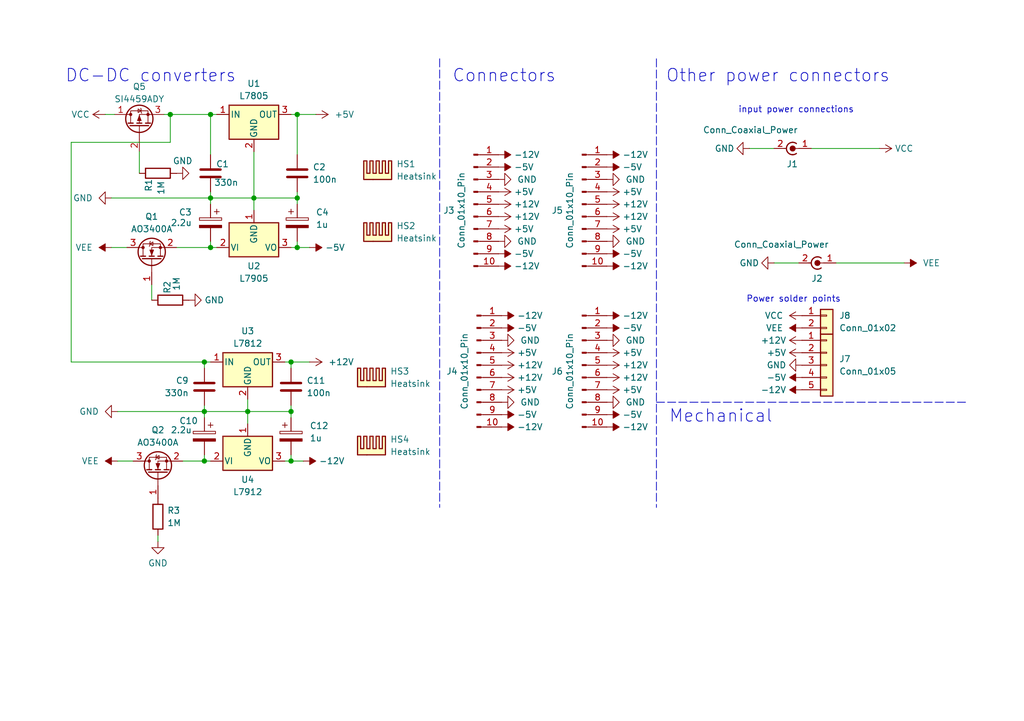
<source format=kicad_sch>
(kicad_sch (version 20231120) (generator "eeschema") (generator_version "8.0")
  (paper "A5")
  (title_block (title "Split rail linear DC power supply") (comment 1 "Designed for Hammond Manufacturing") (comment 2 "cases of series 1457"))
  (lib_symbols
    (symbol "Connector:Conn_01x10_Pin" (pin_names (offset 1.016) hide)
      (property "Reference" "J" (at 0 12.7 0))
      (property "Value" "Conn_01x10_Pin" (at 0 -15.24 0))
      (symbol "Conn_01x10_Pin_1_1"
        (polyline (pts (xy 1.27 -12.7) (xy 0.8636 -12.7)) (stroke (width 0.1524)))
        (polyline (pts (xy 1.27 -10.16) (xy 0.8636 -10.16)) (stroke (width 0.1524)))
        (polyline (pts (xy 1.27 -7.62) (xy 0.8636 -7.62)) (stroke (width 0.1524)))
        (polyline (pts (xy 1.27 -5.08) (xy 0.8636 -5.08)) (stroke (width 0.1524)))
        (polyline (pts (xy 1.27 -2.54) (xy 0.8636 -2.54)) (stroke (width 0.1524)))
        (polyline (pts (xy 1.27 0) (xy 0.8636 0)) (stroke (width 0.1524)))
        (polyline (pts (xy 1.27 2.54) (xy 0.8636 2.54)) (stroke (width 0.1524)))
        (polyline (pts (xy 1.27 5.08) (xy 0.8636 5.08)) (stroke (width 0.1524)))
        (polyline (pts (xy 1.27 7.62) (xy 0.8636 7.62)) (stroke (width 0.1524)))
        (polyline (pts (xy 1.27 10.16) (xy 0.8636 10.16)) (stroke (width 0.1524)))
        (rectangle (start 0.8636 -12.573) (end 0 -12.827) (stroke (width 0.1524)) (fill (type outline)))
        (rectangle (start 0.8636 -10.033) (end 0 -10.287) (stroke (width 0.1524)) (fill (type outline)))
        (rectangle (start 0.8636 -7.493) (end 0 -7.747) (stroke (width 0.1524)) (fill (type outline)))
        (rectangle (start 0.8636 -4.953) (end 0 -5.207) (stroke (width 0.1524)) (fill (type outline)))
        (rectangle (start 0.8636 -2.413) (end 0 -2.667) (stroke (width 0.1524)) (fill (type outline)))
        (rectangle (start 0.8636 0.127) (end 0 -0.127) (stroke (width 0.1524)) (fill (type outline)))
        (rectangle (start 0.8636 2.667) (end 0 2.413) (stroke (width 0.1524)) (fill (type outline)))
        (rectangle (start 0.8636 5.207) (end 0 4.953) (stroke (width 0.1524)) (fill (type outline)))
        (rectangle (start 0.8636 7.747) (end 0 7.493) (stroke (width 0.1524)) (fill (type outline)))
        (rectangle (start 0.8636 10.287) (end 0 10.033) (stroke (width 0.1524)) (fill (type outline)))
        (pin passive line (at 5.08 10.16 180) (length 3.81) (name "Pin_1") (number "1"))
        (pin passive line (at 5.08 -12.7 180) (length 3.81) (name "Pin_10") (number "10"))
        (pin passive line (at 5.08 7.62 180) (length 3.81) (name "Pin_2") (number "2"))
        (pin passive line (at 5.08 5.08 180) (length 3.81) (name "Pin_3") (number "3"))
        (pin passive line (at 5.08 2.54 180) (length 3.81) (name "Pin_4") (number "4"))
        (pin passive line (at 5.08 0 180) (length 3.81) (name "Pin_5") (number "5"))
        (pin passive line (at 5.08 -2.54 180) (length 3.81) (name "Pin_6") (number "6"))
        (pin passive line (at 5.08 -5.08 180) (length 3.81) (name "Pin_7") (number "7"))
        (pin passive line (at 5.08 -7.62 180) (length 3.81) (name "Pin_8") (number "8"))
        (pin passive line (at 5.08 -10.16 180) (length 3.81) (name "Pin_9") (number "9"))
      )
    )
    (symbol "Connector:Conn_Coaxial_Power" (pin_names (offset 1.016) hide)
      (property "Reference" "J" (at -5.08 -1.27 90))
      (property "Value" "Conn_Coaxial_Power" (at -3.175 -1.27 90))
      (symbol "Conn_Coaxial_Power_0_1"
        (arc (start -1.27 -1.27) (mid 0 -2.5345) (end 1.27 -1.27) (stroke (width 0.254)))
        (arc (start -1.016 -0.508) (mid -1.2048 -0.8684) (end -1.27 -1.27) (stroke (width 0.254)))
        (circle (center 0 -1.27) (radius 0.508) (stroke (width 0.2032)) (fill (type outline)))
        (polyline (pts (xy 0 -2.54) (xy 0 -3.048)))
        (polyline (pts (xy 0 0) (xy 0 -1.27)))
        (arc (start 1.27 -1.27) (mid 1.2048 -0.8684) (end 1.016 -0.508) (stroke (width 0.254)))
      )
      (symbol "Conn_Coaxial_Power_1_1"
        (pin passive line (at 0 2.54 270) (length 2.54) (name "In") (number "1"))
        (pin passive line (at 0 -5.08 90) (length 2.54) (name "Ext") (number "2"))
      )
    )
    (symbol "Connector_Generic:Conn_01x02" (pin_names (offset 1.016) hide)
      (property "Reference" "J" (at 0 2.54 0))
      (property "Value" "Conn_01x02" (at 0 -5.08 0))
      (symbol "Conn_01x02_1_1"
        (rectangle (start -1.27 -2.413) (end 0 -2.667) (stroke (width 0.1524)))
        (rectangle (start -1.27 0.127) (end 0 -0.127) (stroke (width 0.1524)))
        (rectangle (start -1.27 1.27) (end 1.27 -3.81) (stroke (width 0.254)) (fill (type background)))
        (pin passive line (at -5.08 0 0) (length 3.81) (name "Pin_1") (number "1"))
        (pin passive line (at -5.08 -2.54 0) (length 3.81) (name "Pin_2") (number "2"))
      )
    )
    (symbol "Connector_Generic:Conn_01x05" (pin_names (offset 1.016) hide)
      (property "Reference" "J" (at 0 7.62 0))
      (property "Value" "Conn_01x05" (at 0 -7.62 0))
      (symbol "Conn_01x05_1_1"
        (rectangle (start -1.27 -4.953) (end 0 -5.207) (stroke (width 0.1524)))
        (rectangle (start -1.27 -2.413) (end 0 -2.667) (stroke (width 0.1524)))
        (rectangle (start -1.27 0.127) (end 0 -0.127) (stroke (width 0.1524)))
        (rectangle (start -1.27 2.667) (end 0 2.413) (stroke (width 0.1524)))
        (rectangle (start -1.27 5.207) (end 0 4.953) (stroke (width 0.1524)))
        (rectangle (start -1.27 6.35) (end 1.27 -6.35) (stroke (width 0.254)) (fill (type background)))
        (pin passive line (at -5.08 5.08 0) (length 3.81) (name "Pin_1") (number "1"))
        (pin passive line (at -5.08 2.54 0) (length 3.81) (name "Pin_2") (number "2"))
        (pin passive line (at -5.08 0 0) (length 3.81) (name "Pin_3") (number "3"))
        (pin passive line (at -5.08 -2.54 0) (length 3.81) (name "Pin_4") (number "4"))
        (pin passive line (at -5.08 -5.08 0) (length 3.81) (name "Pin_5") (number "5"))
      )
    )
    (symbol "Device:C" (pin_numbers hide) (pin_names (offset 0.254))
      (property "Reference" "C" (at 0.635 2.54 0))
      (property "Value" "C" (at 0.635 -2.54 0))
      (symbol "C_0_1"
        (polyline (pts (xy -2.032 -0.762) (xy 2.032 -0.762)) (stroke (width 0.508)))
        (polyline (pts (xy -2.032 0.762) (xy 2.032 0.762)) (stroke (width 0.508)))
      )
      (symbol "C_1_1"
        (pin passive line (at 0 3.81 270) (length 2.794) (name "~") (number "1"))
        (pin passive line (at 0 -3.81 90) (length 2.794) (name "~") (number "2"))
      )
    )
    (symbol "Device:C_Polarized" (pin_numbers hide) (pin_names (offset 0.254))
      (property "Reference" "C" (at 0.635 2.54 0))
      (property "Value" "C_Polarized" (at 0.635 -2.54 0))
      (symbol "C_Polarized_0_1"
        (rectangle (start -2.286 0.508) (end 2.286 1.016))
        (polyline (pts (xy -1.778 2.286) (xy -0.762 2.286)))
        (polyline (pts (xy -1.27 2.794) (xy -1.27 1.778)))
        (rectangle (start 2.286 -0.508) (end -2.286 -1.016) (fill (type outline)))
      )
      (symbol "C_Polarized_1_1"
        (pin passive line (at 0 3.81 270) (length 2.794) (name "~") (number "1"))
        (pin passive line (at 0 -3.81 90) (length 2.794) (name "~") (number "2"))
      )
    )
    (symbol "Device:Q_PMOS_DGS" (pin_names (offset 0) hide)
      (property "Reference" "Q" (at 5.08 1.27 0))
      (property "Value" "Q_PMOS_DGS" (at 5.08 -1.27 0))
      (symbol "Q_PMOS_DGS_0_1"
        (polyline (pts (xy 0.254 0) (xy -2.54 0)))
        (polyline (pts (xy 0.254 1.905) (xy 0.254 -1.905)) (stroke (width 0.254)))
        (polyline (pts (xy 0.762 -1.27) (xy 0.762 -2.286)) (stroke (width 0.254)))
        (polyline (pts (xy 0.762 0.508) (xy 0.762 -0.508)) (stroke (width 0.254)))
        (polyline (pts (xy 0.762 2.286) (xy 0.762 1.27)) (stroke (width 0.254)))
        (polyline (pts (xy 2.54 2.54) (xy 2.54 1.778)))
        (polyline (pts (xy 2.54 -2.54) (xy 2.54 0) (xy 0.762 0)))
        (polyline (pts (xy 0.762 1.778) (xy 3.302 1.778) (xy 3.302 -1.778) (xy 0.762 -1.778)))
        (polyline (pts (xy 2.286 0) (xy 1.27 0.381) (xy 1.27 -0.381) (xy 2.286 0)) (fill (type outline)))
        (polyline (pts (xy 2.794 -0.508) (xy 2.921 -0.381) (xy 3.683 -0.381) (xy 3.81 -0.254)))
        (polyline (pts (xy 3.302 -0.381) (xy 2.921 0.254) (xy 3.683 0.254) (xy 3.302 -0.381)))
        (circle (center 1.651 0) (radius 2.794) (stroke (width 0.254)))
        (circle (center 2.54 -1.778) (radius 0.254) (fill (type outline)))
        (circle (center 2.54 1.778) (radius 0.254) (fill (type outline)))
      )
      (symbol "Q_PMOS_DGS_1_1"
        (pin passive line (at 2.54 5.08 270) (length 2.54) (name "D") (number "1"))
        (pin input line (at -5.08 0 0) (length 2.54) (name "G") (number "2"))
        (pin passive line (at 2.54 -5.08 90) (length 2.54) (name "S") (number "3"))
      )
    )
    (symbol "Device:R" (pin_numbers hide) (pin_names (offset 0))
      (property "Reference" "R" (at 2.032 0 90))
      (property "Value" "R" (at 0 0 90))
      (symbol "R_0_1"
        (rectangle (start -1.016 -2.54) (end 1.016 2.54) (stroke (width 0.254)))
      )
      (symbol "R_1_1"
        (pin passive line (at 0 3.81 270) (length 1.27) (name "~") (number "1"))
        (pin passive line (at 0 -3.81 90) (length 1.27) (name "~") (number "2"))
      )
    )
    (symbol "Mechanical:Heatsink" (pin_names (offset 1.016)) (exclude_from_sim yes)
      (property "Reference" "HS" (at 0 5.08 0))
      (property "Value" "Heatsink" (at 0 -1.27 0))
      (symbol "Heatsink_0_1"
        (polyline (pts (xy -0.3302 1.27) (xy -0.9652 1.27) (xy -0.9652 3.81) (xy -1.6002 3.81) (xy -1.6002 1.27) (xy -2.2352 1.27) (xy -2.2352 3.81) (xy -2.8702 3.81) (xy -2.8702 0) (xy -0.9652 0)) (stroke (width 0.254)) (fill (type background)))
        (polyline (pts (xy -0.3302 1.27) (xy -0.3302 3.81) (xy 0.3048 3.81) (xy 0.3048 1.27) (xy 0.9398 1.27) (xy 0.9398 3.81) (xy 1.5748 3.81) (xy 1.5748 1.27) (xy 2.2098 1.27) (xy 2.2098 3.81) (xy 2.8448 3.81) (xy 2.8448 0) (xy -0.9652 0)) (stroke (width 0.254)) (fill (type background)))
      )
    )
    (symbol "Regulator_Linear:L7805" (pin_names (offset 0.254))
      (property "Reference" "U" (at -3.81 3.175 0))
      (property "Value" "L7805" (at 0 3.175 0))
      (symbol "L7805_0_1"
        (rectangle (start -5.08 1.905) (end 5.08 -5.08) (stroke (width 0.254)) (fill (type background)))
      )
      (symbol "L7805_1_1"
        (pin power_in line (at -7.62 0 0) (length 2.54) (name "IN") (number "1"))
        (pin power_in line (at 0 -7.62 90) (length 2.54) (name "GND") (number "2"))
        (pin power_out line (at 7.62 0 180) (length 2.54) (name "OUT") (number "3"))
      )
    )
    (symbol "Regulator_Linear:L7812" (pin_names (offset 0.254))
      (property "Reference" "U" (at -3.81 3.175 0))
      (property "Value" "L7812" (at 0 3.175 0))
      (symbol "L7812_0_1"
        (rectangle (start -5.08 1.905) (end 5.08 -5.08) (stroke (width 0.254)) (fill (type background)))
      )
      (symbol "L7812_1_1"
        (pin power_in line (at -7.62 0 0) (length 2.54) (name "IN") (number "1"))
        (pin power_in line (at 0 -7.62 90) (length 2.54) (name "GND") (number "2"))
        (pin power_out line (at 7.62 0 180) (length 2.54) (name "OUT") (number "3"))
      )
    )
    (symbol "Regulator_Linear:L7905" (pin_names (offset 0.254))
      (property "Reference" "U" (at -3.81 -3.175 0))
      (property "Value" "L7905" (at 0 -3.175 0))
      (symbol "L7905_0_1"
        (rectangle (start -5.08 5.08) (end 5.08 -1.905) (stroke (width 0.254)) (fill (type background)))
      )
      (symbol "L7905_1_1"
        (pin power_in line (at 0 7.62 270) (length 2.54) (name "GND") (number "1"))
        (pin power_in line (at -7.62 0 0) (length 2.54) (name "VI") (number "2"))
        (pin power_out line (at 7.62 0 180) (length 2.54) (name "VO") (number "3"))
      )
    )
    (symbol "Regulator_Linear:L7912" (pin_names (offset 0.254))
      (property "Reference" "U" (at -3.81 -3.175 0))
      (property "Value" "L7912" (at 0 -3.175 0))
      (symbol "L7912_0_1"
        (rectangle (start -5.08 5.08) (end 5.08 -1.905) (stroke (width 0.254)) (fill (type background)))
      )
      (symbol "L7912_1_1"
        (pin power_in line (at 0 7.62 270) (length 2.54) (name "GND") (number "1"))
        (pin power_in line (at -7.62 0 0) (length 2.54) (name "VI") (number "2"))
        (pin power_out line (at 7.62 0 180) (length 2.54) (name "VO") (number "3"))
      )
    )
    (symbol "Transistor_FET:AO3400A" (pin_names hide)
      (property "Reference" "Q" (at 5.08 1.905 0))
      (property "Value" "AO3400A" (at 5.08 0 0))
      (symbol "AO3400A_0_1"
        (polyline (pts (xy 0.254 0) (xy -2.54 0)))
        (polyline (pts (xy 0.254 1.905) (xy 0.254 -1.905)) (stroke (width 0.254)))
        (polyline (pts (xy 0.762 -1.27) (xy 0.762 -2.286)) (stroke (width 0.254)))
        (polyline (pts (xy 0.762 0.508) (xy 0.762 -0.508)) (stroke (width 0.254)))
        (polyline (pts (xy 0.762 2.286) (xy 0.762 1.27)) (stroke (width 0.254)))
        (polyline (pts (xy 2.54 2.54) (xy 2.54 1.778)))
        (polyline (pts (xy 2.54 -2.54) (xy 2.54 0) (xy 0.762 0)))
        (polyline (pts (xy 0.762 -1.778) (xy 3.302 -1.778) (xy 3.302 1.778) (xy 0.762 1.778)))
        (polyline (pts (xy 1.016 0) (xy 2.032 0.381) (xy 2.032 -0.381) (xy 1.016 0)) (fill (type outline)))
        (polyline (pts (xy 2.794 0.508) (xy 2.921 0.381) (xy 3.683 0.381) (xy 3.81 0.254)))
        (polyline (pts (xy 3.302 0.381) (xy 2.921 -0.254) (xy 3.683 -0.254) (xy 3.302 0.381)))
        (circle (center 1.651 0) (radius 2.794) (stroke (width 0.254)))
        (circle (center 2.54 -1.778) (radius 0.254) (fill (type outline)))
        (circle (center 2.54 1.778) (radius 0.254) (fill (type outline)))
      )
      (symbol "AO3400A_1_1"
        (pin input line (at -5.08 0 0) (length 2.54) (name "G") (number "1"))
        (pin passive line (at 2.54 -5.08 90) (length 2.54) (name "S") (number "2"))
        (pin passive line (at 2.54 5.08 270) (length 2.54) (name "D") (number "3"))
      )
    )
    (symbol "power:+12V" (power) (pin_numbers hide) (pin_names (offset 0) hide)
      (property "Value" "+12V" (at 0 3.556 0))
      (symbol "+12V_0_1"
        (polyline (pts (xy -0.762 1.27) (xy 0 2.54)))
        (polyline (pts (xy 0 0) (xy 0 2.54)))
        (polyline (pts (xy 0 2.54) (xy 0.762 1.27)))
      )
      (symbol "+12V_1_1"
        (pin power_in line (at 0 0 90) (length 0) (name "~") (number "1"))
      )
    )
    (symbol "power:+5V" (power) (pin_numbers hide) (pin_names (offset 0) hide)
      (property "Value" "+5V" (at 0 3.556 0))
      (symbol "+5V_0_1"
        (polyline (pts (xy -0.762 1.27) (xy 0 2.54)))
        (polyline (pts (xy 0 0) (xy 0 2.54)))
        (polyline (pts (xy 0 2.54) (xy 0.762 1.27)))
      )
      (symbol "+5V_1_1"
        (pin power_in line (at 0 0 90) (length 0) (name "~") (number "1"))
      )
    )
    (symbol "power:-12V" (power) (pin_numbers hide) (pin_names (offset 0) hide)
      (property "Value" "-12V" (at 0 3.556 0))
      (symbol "-12V_0_0"
        (pin power_in line (at 0 0 90) (length 0) (name "~") (number "1"))
      )
      (symbol "-12V_0_1"
        (polyline (pts (xy 0 0) (xy 0 1.27) (xy 0.762 1.27) (xy 0 2.54) (xy -0.762 1.27) (xy 0 1.27)) (fill (type outline)))
      )
    )
    (symbol "power:-5V" (power) (pin_numbers hide) (pin_names (offset 0) hide)
      (property "Value" "-5V" (at 0 3.556 0))
      (symbol "-5V_0_0"
        (pin power_in line (at 0 0 90) (length 0) (name "~") (number "1"))
      )
      (symbol "-5V_0_1"
        (polyline (pts (xy 0 0) (xy 0 1.27) (xy 0.762 1.27) (xy 0 2.54) (xy -0.762 1.27) (xy 0 1.27)) (fill (type outline)))
      )
    )
    (symbol "power:GND" (power) (pin_numbers hide) (pin_names (offset 0) hide)
      (property "Value" "GND" (at 0 -3.81 0))
      (symbol "GND_0_1"
        (polyline (pts (xy 0 0) (xy 0 -1.27) (xy 1.27 -1.27) (xy 0 -2.54) (xy -1.27 -1.27) (xy 0 -1.27)))
      )
      (symbol "GND_1_1"
        (pin power_in line (at 0 0 270) (length 0) (name "~") (number "1"))
      )
    )
    (symbol "power:VCC" (power) (pin_numbers hide) (pin_names (offset 0) hide)
      (property "Value" "VCC" (at 0 3.556 0))
      (symbol "VCC_0_1"
        (polyline (pts (xy -0.762 1.27) (xy 0 2.54)))
        (polyline (pts (xy 0 0) (xy 0 2.54)))
        (polyline (pts (xy 0 2.54) (xy 0.762 1.27)))
      )
      (symbol "VCC_1_1"
        (pin power_in line (at 0 0 90) (length 0) (name "~") (number "1"))
      )
    )
    (symbol "power:VEE" (power) (pin_numbers hide) (pin_names (offset 0) hide)
      (property "Value" "VEE" (at 0 3.556 0))
      (symbol "VEE_0_1"
        (polyline (pts (xy 0 0) (xy 0 2.54)))
        (polyline (pts (xy 0.762 1.27) (xy -0.762 1.27) (xy 0 2.54) (xy 0.762 1.27)) (fill (type outline)))
      )
      (symbol "VEE_1_1"
        (pin power_in line (at 0 0 90) (length 0) (name "~") (number "1"))
      )
    )
  )
  (junction (at 52.07 40.64))
  (junction (at 59.69 74.295))
  (junction (at 41.91 74.295))
  (junction (at 50.8 84.455))
  (junction (at 59.69 84.455))
  (junction (at 41.91 84.455))
  (junction (at 59.69 94.615))
  (junction (at 43.18 40.64))
  (junction (at 60.96 23.495))
  (junction (at 43.18 50.8))
  (junction (at 41.91 94.615))
  (junction (at 60.96 50.8))
  (junction (at 34.925 23.495))
  (junction (at 43.18 23.495))
  (junction (at 60.96 40.64))
  (wire (pts (xy 43.18 49.53) (xy 43.18 50.8)))
  (wire (pts (xy 43.18 40.64) (xy 43.18 41.91)))
  (wire (pts (xy 37.465 94.615) (xy 41.91 94.615)))
  (wire (pts (xy 52.07 40.64) (xy 52.07 43.18)))
  (wire (pts (xy 59.69 84.455) (xy 50.8 84.455)))
  (wire (pts (xy 50.8 84.455) (xy 41.91 84.455)))
  (wire (pts (xy 43.18 23.495) (xy 44.45 23.495)))
  (wire (pts (xy 22.86 50.8) (xy 26.035 50.8)))
  (wire (pts (xy 60.96 23.495) (xy 64.77 23.495)))
  (wire (pts (xy 34.925 23.495) (xy 43.18 23.495)))
  (wire (pts (xy 59.69 74.295) (xy 59.69 75.565)))
  (wire (pts (xy 41.91 83.185) (xy 41.91 84.455)))
  (wire (pts (xy 32.385 109.855) (xy 32.385 111.125)))
  (wire (pts (xy 59.69 93.345) (xy 59.69 94.615)))
  (wire (pts (xy 59.69 83.185) (xy 59.69 84.455)))
  (wire (pts (xy 153.67 30.48) (xy 158.75 30.48)))
  (wire (pts (xy 34.925 29.21) (xy 14.605 29.21)))
  (wire (pts (xy 41.91 84.455) (xy 41.91 85.725)))
  (wire (pts (xy 43.18 39.37) (xy 43.18 40.64)))
  (wire (pts (xy 41.91 74.295) (xy 43.18 74.295)))
  (wire (pts (xy 41.91 93.345) (xy 41.91 94.615)))
  (wire (pts (xy 60.96 39.37) (xy 60.96 40.64)))
  (wire (pts (xy 31.115 58.42) (xy 31.115 61.595)))
  (polyline (pts (xy 134.62 12.065) (xy 134.62 104.14)) (stroke (width 0) (type dash)))
  (wire (pts (xy 171.45 53.975) (xy 185.42 53.975)))
  (wire (pts (xy 60.96 40.64) (xy 60.96 41.91)))
  (wire (pts (xy 58.42 94.615) (xy 59.69 94.615)))
  (wire (pts (xy 59.69 94.615) (xy 62.23 94.615)))
  (wire (pts (xy 60.96 49.53) (xy 60.96 50.8)))
  (wire (pts (xy 50.8 81.915) (xy 50.8 84.455)))
  (wire (pts (xy 43.18 50.8) (xy 44.45 50.8)))
  (wire (pts (xy 50.8 84.455) (xy 50.8 86.995)))
  (wire (pts (xy 58.42 74.295) (xy 59.69 74.295)))
  (polyline (pts (xy 90.17 12.065) (xy 90.17 104.14)) (stroke (width 0) (type dash)))
  (wire (pts (xy 52.07 40.64) (xy 43.18 40.64)))
  (wire (pts (xy 60.96 50.8) (xy 63.5 50.8)))
  (wire (pts (xy 14.605 29.21) (xy 14.605 74.295)))
  (wire (pts (xy 166.37 30.48) (xy 180.34 30.48)))
  (wire (pts (xy 21.59 23.495) (xy 23.495 23.495)))
  (wire (pts (xy 59.69 23.495) (xy 60.96 23.495)))
  (wire (pts (xy 34.925 23.495) (xy 34.925 29.21)))
  (wire (pts (xy 52.07 31.115) (xy 52.07 40.64)))
  (wire (pts (xy 22.86 40.64) (xy 43.18 40.64)))
  (wire (pts (xy 60.96 23.495) (xy 60.96 31.75)))
  (wire (pts (xy 41.91 74.295) (xy 41.91 75.565)))
  (wire (pts (xy 41.91 94.615) (xy 43.18 94.615)))
  (wire (pts (xy 24.13 84.455) (xy 41.91 84.455)))
  (wire (pts (xy 59.69 50.8) (xy 60.96 50.8)))
  (wire (pts (xy 60.96 40.64) (xy 52.07 40.64)))
  (wire (pts (xy 14.605 74.295) (xy 41.91 74.295)))
  (wire (pts (xy 43.18 23.495) (xy 43.18 31.75)))
  (wire (pts (xy 28.575 35.56) (xy 28.575 31.115)))
  (wire (pts (xy 24.13 94.615) (xy 27.305 94.615)))
  (wire (pts (xy 158.75 53.975) (xy 163.83 53.975)))
  (wire (pts (xy 59.69 74.295) (xy 63.5 74.295)))
  (wire (pts (xy 33.655 23.495) (xy 34.925 23.495)))
  (wire (pts (xy 36.195 50.8) (xy 43.18 50.8)))
  (wire (pts (xy 59.69 84.455) (xy 59.69 85.725)))
  (polyline (pts (xy 134.62 82.55) (xy 198.12 82.55)) (stroke (width 0) (type dash)))
  (text "Other power connectors" (at 136.525 17.145 0) (effects (font (size 2.54 2.54)) (justify left bottom)))
  (text "Power solder points" (at 153.035 62.23 0) (effects (font (size 1.27 1.27)) (justify left bottom)))
  (text "input power connections" (at 151.384 23.368 0) (effects (font (size 1.27 1.27)) (justify left bottom)))
  (text "Mechanical" (at 137.16 86.995 0) (effects (font (size 2.54 2.54)) (justify left bottom)))
  (text "DC-DC converters" (at 13.335 17.145 0) (effects (font (size 2.54 2.54)) (justify left bottom)))
  (text "Connectors" (at 92.71 17.145 0) (effects (font (size 2.54 2.54)) (justify left bottom)))
  (symbol (lib_id "power:+12V") (at 102.235 44.45 270) (unit 1)
    (property "Reference" "#PWR08" (effects (hide yes)))
    (property "Value" "+12V" (at 105.41 44.45 90) (effects (justify left)))
    (property "Description" "Power symbol creates a global label with name \"+12V\"" (effects (hide yes)))
  )
  (symbol (lib_id "power:+5V") (at 124.46 46.99 270) (unit 1)
    (property "Reference" "#PWR029" (effects (hide yes)))
    (property "Value" "+5V" (at 127.635 46.99 90) (effects (justify left)))
    (property "Description" "Power symbol creates a global label with name \"+5V\"" (effects (hide yes)))
  )
  (symbol (lib_id "power:+12V") (at 102.87 77.47 270) (unit 1)
    (property "Reference" "#PWR018" (effects (hide yes)))
    (property "Value" "+12V" (at 106.045 77.47 90) (effects (justify left)))
    (property "Description" "Power symbol creates a global label with name \"+12V\"" (effects (hide yes)))
  )
  (symbol (lib_id "Device:C_Polarized") (at 43.18 45.72 0) (mirror y) (unit 1)
    (property "Reference" "C3" (at 39.37 43.5609 0) (effects (justify left)))
    (property "Value" "2.2u" (at 39.37 45.72 0) (effects (justify left)))
    (property "Footprint" "Capacitor_THT:CP_Radial_D6.3mm_P2.50mm" (effects (hide yes)))
    (property "Description" "Polarized capacitor" (effects (hide yes)))
  )
  (symbol (lib_id "Connector:Conn_01x10_Pin") (at 97.155 41.91 0) (unit 1)
    (property "Reference" "J3" (at 92.075 43.18 0))
    (property "Value" "Conn_01x10_Pin" (at 94.615 43.18 90))
    (property "Footprint" "Connector_JST:JST_ZH_B10B-ZR_1x10_P1.50mm_Vertical" (effects (hide yes)))
    (property "Description" "Generic connector, single row, 01x10, script generated" (effects (hide yes)))
    (property "Digikey PN" "455-S10B-ZR-ND" (effects (hide yes)))
  )
  (symbol (lib_id "power:+12V") (at 63.5 74.295 270) (unit 1)
    (property "Reference" "#PWR054" (effects (hide yes)))
    (property "Value" "+12V" (at 67.31 74.295 90) (effects (justify left)))
    (property "Description" "Power symbol creates a global label with name \"+12V\"" (effects (hide yes)))
  )
  (symbol (lib_id "Device:R") (at 34.925 61.595 90) (unit 1)
    (property "Reference" "R2" (at 34.29 60.325 0) (effects (justify left)))
    (property "Value" "1M" (at 36.195 59.69 0) (effects (justify left)))
    (property "Footprint" "Resistor_SMD:R_0603_1608Metric" (effects (hide yes)))
    (property "Description" "Resistor" (effects (hide yes)))
  )
  (symbol (lib_id "power:-12V") (at 124.46 54.61 270) (unit 1)
    (property "Reference" "#PWR048" (effects (hide yes)))
    (property "Value" "-12V" (at 127.635 54.61 90) (effects (justify left)))
    (property "Description" "Power symbol creates a global label with name \"-12V\"" (effects (hide yes)))
  )
  (symbol (lib_id "power:GND") (at 32.385 111.125 0) (unit 1)
    (property "Reference" "#PWR064" (effects (hide yes)))
    (property "Value" "GND" (at 32.385 115.57 0))
    (property "Description" "Power symbol creates a global label with name \"GND\" , ground" (effects (hide yes)))
  )
  (symbol (lib_id "power:+5V") (at 124.46 80.01 270) (unit 1)
    (property "Reference" "#PWR057" (effects (hide yes)))
    (property "Value" "+5V" (at 127.635 80.01 90) (effects (justify left)))
    (property "Description" "Power symbol creates a global label with name \"+5V\"" (effects (hide yes)))
  )
  (symbol (lib_id "power:GND") (at 38.735 61.595 90) (unit 1)
    (property "Reference" "#PWR062" (effects (hide yes)))
    (property "Value" "GND" (at 41.91 61.5949 90) (effects (justify right)))
    (property "Description" "Power symbol creates a global label with name \"GND\" , ground" (effects (hide yes)))
  )
  (symbol (lib_id "power:GND") (at 22.86 40.64 270) (unit 1)
    (property "Reference" "#PWR036" (effects (hide yes)))
    (property "Value" "GND" (at 19.05 40.6399 90) (effects (justify right)))
    (property "Description" "Power symbol creates a global label with name \"GND\" , ground" (effects (hide yes)))
  )
  (symbol (lib_id "power:-12V") (at 102.87 64.77 270) (unit 1)
    (property "Reference" "#PWR013" (effects (hide yes)))
    (property "Value" "-12V" (at 106.045 64.77 90) (effects (justify left)))
    (property "Description" "Power symbol creates a global label with name \"-12V\"" (effects (hide yes)))
  )
  (symbol (lib_id "power:+12V") (at 124.46 41.91 270) (unit 1)
    (property "Reference" "#PWR027" (effects (hide yes)))
    (property "Value" "+12V" (at 127.635 41.91 90) (effects (justify left)))
    (property "Description" "Power symbol creates a global label with name \"+12V\"" (effects (hide yes)))
  )
  (symbol (lib_id "Regulator_Linear:L7912") (at 50.8 94.615 0) (unit 1)
    (property "Reference" "U4" (at 50.8 98.425 0))
    (property "Value" "L7912" (at 50.8 100.965 0))
    (property "Footprint" "Package_TO_SOT_THT:TO-220-3_Vertical" (effects (hide yes)))
    (property "Datasheet" "http://www.st.com/content/ccc/resource/technical/document/datasheet/c9/16/86/41/c7/2b/45/f2/CD00000450.pdf/files/CD00000450.pdf/jcr:content/translations/en.CD00000450.pdf" (effects (hide yes)))
    (property "Description" "Negative 1.5A 35V Linear Regulator, Fixed Output -12V, TO-220/TO-263" (effects (hide yes)))
    (property "Digikey PN" "497-1476-5-ND" (effects (hide yes)))
  )
  (symbol (lib_id "Connector:Conn_Coaxial_Power") (at 168.91 53.975 270) (unit 1)
    (property "Reference" "J2" (at 166.37 57.15 90) (effects (justify left)))
    (property "Value" "Conn_Coaxial_Power" (at 150.495 50.165 90) (effects (justify left)))
    (property "Footprint" "matterwaves:BNC_Molex_0731385033" (effects (hide yes)))
    (property "Description" "coaxial connector (BNC, SMA, SMB, SMC, Cinch/RCA, LEMO, ...)" (effects (hide yes)))
    (property "Digikey PN" "ACX1971-ND" (effects (hide yes)))
  )
  (symbol (lib_id "Device:C") (at 59.69 79.375 0) (mirror y) (unit 1)
    (property "Reference" "C11" (at 62.865 78.105 0) (effects (justify right)))
    (property "Value" "100n" (at 62.865 80.645 0) (effects (justify right)))
    (property "Footprint" "Capacitor_SMD:C_0805_2012Metric_Pad1.18x1.45mm_HandSolder" (effects (hide yes)))
    (property "Description" "Unpolarized capacitor" (effects (hide yes)))
    (property "JLCPCB PN" "C49678" (effects (hide yes)))
  )
  (symbol (lib_id "power:VEE") (at 24.13 94.615 90) (unit 1)
    (property "Reference" "#PWR047" (effects (hide yes)))
    (property "Value" "VEE" (at 20.32 94.6149 90) (effects (justify left)))
    (property "Description" "Power symbol creates a global label with name \"VEE\"" (effects (hide yes)))
  )
  (symbol (lib_id "power:+12V") (at 164.465 69.85 90) (unit 1)
    (property "Reference" "#PWR038" (effects (hide yes)))
    (property "Value" "+12V" (at 161.29 69.85 90) (effects (justify left)))
    (property "Description" "Power symbol creates a global label with name \"+12V\"" (effects (hide yes)))
  )
  (symbol (lib_id "power:GND") (at 164.465 74.93 270) (unit 1)
    (property "Reference" "#PWR040" (effects (hide yes)))
    (property "Value" "GND" (at 161.29 74.93 90) (effects (justify right)))
    (property "Description" "Power symbol creates a global label with name \"GND\" , ground" (effects (hide yes)))
  )
  (symbol (lib_id "power:-5V") (at 102.87 67.31 270) (unit 1)
    (property "Reference" "#PWR014" (effects (hide yes)))
    (property "Value" "-5V" (at 106.045 67.31 90) (effects (justify left)))
    (property "Description" "Power symbol creates a global label with name \"-5V\"" (effects (hide yes)))
  )
  (symbol (lib_id "power:GND") (at 102.235 36.83 90) (unit 1)
    (property "Reference" "#PWR05" (effects (hide yes)))
    (property "Value" "GND" (at 106.045 36.83 90) (effects (justify right)))
    (property "Description" "Power symbol creates a global label with name \"GND\" , ground" (effects (hide yes)))
  )
  (symbol (lib_id "power:-5V") (at 102.235 34.29 270) (unit 1)
    (property "Reference" "#PWR04" (effects (hide yes)))
    (property "Value" "-5V" (at 105.41 34.29 90) (effects (justify left)))
    (property "Description" "Power symbol creates a global label with name \"-5V\"" (effects (hide yes)))
  )
  (symbol (lib_id "Regulator_Linear:L7805") (at 52.07 23.495 0) (unit 1)
    (property "Reference" "U1" (at 52.07 17.145 0))
    (property "Value" "L7805" (at 52.07 19.685 0))
    (property "Footprint" "Package_TO_SOT_THT:TO-220-3_Vertical" (effects (hide yes)))
    (property "Datasheet" "http://www.st.com/content/ccc/resource/technical/document/datasheet/41/4f/b3/b0/12/d4/47/88/CD00000444.pdf/files/CD00000444.pdf/jcr:content/translations/en.CD00000444.pdf" (effects (hide yes)))
    (property "Description" "Positive 1.5A 35V Linear Regulator, Fixed Output 5V, TO-220/TO-263/TO-252" (effects (hide yes)))
    (property "Digikey PN" "497-1443-5-ND" (effects (hide yes)))
  )
  (symbol (lib_id "power:+12V") (at 102.235 41.91 270) (unit 1)
    (property "Reference" "#PWR07" (effects (hide yes)))
    (property "Value" "+12V" (at 105.41 41.91 90) (effects (justify left)))
    (property "Description" "Power symbol creates a global label with name \"+12V\"" (effects (hide yes)))
  )
  (symbol (lib_id "power:VCC") (at 164.465 64.77 90) (unit 1)
    (property "Reference" "#PWR037" (effects (hide yes)))
    (property "Value" "VCC" (at 160.655 64.77 90) (effects (justify left)))
    (property "Description" "Power symbol creates a global label with name \"VCC\"" (effects (hide yes)))
  )
  (symbol (lib_id "Device:R") (at 32.385 106.045 0) (unit 1)
    (property "Reference" "R3" (at 34.29 104.7749 0) (effects (justify left)))
    (property "Value" "1M" (at 34.29 107.3149 0) (effects (justify left)))
    (property "Footprint" "Resistor_SMD:R_0603_1608Metric" (effects (hide yes)))
    (property "Description" "Resistor" (effects (hide yes)))
  )
  (symbol (lib_id "power:VEE") (at 22.86 50.8 90) (unit 1)
    (property "Reference" "#PWR031" (effects (hide yes)))
    (property "Value" "VEE" (at 19.05 50.7999 90) (effects (justify left)))
    (property "Description" "Power symbol creates a global label with name \"VEE\"" (effects (hide yes)))
  )
  (symbol (lib_id "power:GND") (at 124.46 82.55 90) (unit 1)
    (property "Reference" "#PWR058" (effects (hide yes)))
    (property "Value" "GND" (at 128.27 82.55 90) (effects (justify right)))
    (property "Description" "Power symbol creates a global label with name \"GND\" , ground" (effects (hide yes)))
  )
  (symbol (lib_id "power:VEE") (at 185.42 53.975 270) (unit 1)
    (property "Reference" "#PWR034" (effects (hide yes)))
    (property "Value" "VEE" (at 189.23 53.9749 90) (effects (justify left)))
    (property "Description" "Power symbol creates a global label with name \"VEE\"" (effects (hide yes)))
  )
  (symbol (lib_id "power:+12V") (at 124.46 44.45 270) (unit 1)
    (property "Reference" "#PWR028" (effects (hide yes)))
    (property "Value" "+12V" (at 127.635 44.45 90) (effects (justify left)))
    (property "Description" "Power symbol creates a global label with name \"+12V\"" (effects (hide yes)))
  )
  (symbol (lib_id "power:-5V") (at 102.235 52.07 270) (unit 1)
    (property "Reference" "#PWR011" (effects (hide yes)))
    (property "Value" "-5V" (at 105.41 52.07 90) (effects (justify left)))
    (property "Description" "Power symbol creates a global label with name \"-5V\"" (effects (hide yes)))
  )
  (symbol (lib_id "power:+5V") (at 102.235 46.99 270) (unit 1)
    (property "Reference" "#PWR09" (effects (hide yes)))
    (property "Value" "+5V" (at 105.41 46.99 90) (effects (justify left)))
    (property "Description" "Power symbol creates a global label with name \"+5V\"" (effects (hide yes)))
  )
  (symbol (lib_id "Mechanical:Heatsink") (at 76.2 93.345 0) (unit 1) (exclude_from_sim yes) (on_board no)
    (property "Reference" "HS4" (at 80.01 90.1699 0) (effects (justify left)))
    (property "Value" "Heatsink" (at 80.01 92.7099 0) (effects (justify left)))
    (property "Description" "Heatsink" (effects (hide yes)))
    (property "Digikey PN" "345-1023-ND" (effects (hide yes)))
  )
  (symbol (lib_id "power:-12V") (at 124.46 64.77 270) (unit 1)
    (property "Reference" "#PWR049" (effects (hide yes)))
    (property "Value" "-12V" (at 127.635 64.77 90) (effects (justify left)))
    (property "Description" "Power symbol creates a global label with name \"-12V\"" (effects (hide yes)))
  )
  (symbol (lib_id "Device:C_Polarized") (at 41.91 89.535 0) (mirror y) (unit 1)
    (property "Reference" "C10" (at 40.64 86.36 0) (effects (justify left)))
    (property "Value" "2.2u" (at 39.37 88.265 0) (effects (justify left)))
    (property "Footprint" "Capacitor_THT:CP_Radial_D6.3mm_P2.50mm" (effects (hide yes)))
    (property "Description" "Polarized capacitor" (effects (hide yes)))
  )
  (symbol (lib_id "Mechanical:Heatsink") (at 77.47 36.83 0) (unit 1) (exclude_from_sim yes) (on_board no)
    (property "Reference" "HS1" (at 81.28 33.6549 0) (effects (justify left)))
    (property "Value" "Heatsink" (at 81.28 36.1949 0) (effects (justify left)))
    (property "Description" "Heatsink" (effects (hide yes)))
    (property "Digikey PN" "345-1023-ND" (effects (hide yes)))
  )
  (symbol (lib_id "Device:R") (at 32.385 35.56 90) (unit 1)
    (property "Reference" "R1" (at 30.48 39.37 0) (effects (justify left)))
    (property "Value" "1M" (at 33.02 40.005 0) (effects (justify left)))
    (property "Footprint" "Resistor_SMD:R_0603_1608Metric" (effects (hide yes)))
    (property "Description" "Resistor" (effects (hide yes)))
  )
  (symbol (lib_id "power:-12V") (at 102.235 31.75 270) (unit 1)
    (property "Reference" "#PWR03" (effects (hide yes)))
    (property "Value" "-12V" (at 105.41 31.75 90) (effects (justify left)))
    (property "Description" "Power symbol creates a global label with name \"-12V\"" (effects (hide yes)))
  )
  (symbol (lib_id "power:+12V") (at 124.46 74.93 270) (unit 1)
    (property "Reference" "#PWR055" (effects (hide yes)))
    (property "Value" "+12V" (at 127.635 74.93 90) (effects (justify left)))
    (property "Description" "Power symbol creates a global label with name \"+12V\"" (effects (hide yes)))
  )
  (symbol (lib_id "power:GND") (at 158.75 53.975 270) (unit 1)
    (property "Reference" "#PWR033" (effects (hide yes)))
    (property "Value" "GND" (at 153.67 53.975 90))
    (property "Description" "Power symbol creates a global label with name \"GND\" , ground" (effects (hide yes)))
  )
  (symbol (lib_id "power:-5V") (at 102.87 85.09 270) (unit 1)
    (property "Reference" "#PWR021" (effects (hide yes)))
    (property "Value" "-5V" (at 106.045 85.09 90) (effects (justify left)))
    (property "Description" "Power symbol creates a global label with name \"-5V\"" (effects (hide yes)))
  )
  (symbol (lib_id "power:+5V") (at 164.465 72.39 90) (unit 1)
    (property "Reference" "#PWR039" (effects (hide yes)))
    (property "Value" "+5V" (at 161.29 72.39 90) (effects (justify left)))
    (property "Description" "Power symbol creates a global label with name \"+5V\"" (effects (hide yes)))
  )
  (symbol (lib_id "power:VEE") (at 164.465 67.31 90) (unit 1)
    (property "Reference" "#PWR035" (effects (hide yes)))
    (property "Value" "VEE" (at 160.655 67.3099 90) (effects (justify left)))
    (property "Description" "Power symbol creates a global label with name \"VEE\"" (effects (hide yes)))
  )
  (symbol (lib_id "power:-5V") (at 124.46 34.29 270) (unit 1)
    (property "Reference" "#PWR024" (effects (hide yes)))
    (property "Value" "-5V" (at 127.635 34.29 90) (effects (justify left)))
    (property "Description" "Power symbol creates a global label with name \"-5V\"" (effects (hide yes)))
  )
  (symbol (lib_id "power:-12V") (at 124.46 87.63 270) (unit 1)
    (property "Reference" "#PWR061" (effects (hide yes)))
    (property "Value" "-12V" (at 127.635 87.63 90) (effects (justify left)))
    (property "Description" "Power symbol creates a global label with name \"-12V\"" (effects (hide yes)))
  )
  (symbol (lib_id "Mechanical:Heatsink") (at 76.2 79.375 0) (unit 1) (exclude_from_sim yes) (on_board no)
    (property "Reference" "HS3" (at 80.01 76.1999 0) (effects (justify left)))
    (property "Value" "Heatsink" (at 80.01 78.7399 0) (effects (justify left)))
    (property "Description" "Heatsink" (effects (hide yes)))
    (property "Digikey PN" "345-1023-ND" (effects (hide yes)))
  )
  (symbol (lib_id "power:VCC") (at 180.34 30.48 270) (unit 1)
    (property "Reference" "#PWR02" (effects (hide yes)))
    (property "Value" "VCC" (at 185.42 30.48 90))
    (property "Description" "Power symbol creates a global label with name \"VCC\"" (effects (hide yes)))
  )
  (symbol (lib_id "Connector:Conn_01x10_Pin") (at 97.79 74.93 0) (unit 1)
    (property "Reference" "J4" (at 92.71 76.2 0))
    (property "Value" "Conn_01x10_Pin" (at 95.25 76.2 90))
    (property "Footprint" "Connector_JST:JST_ZH_B10B-ZR_1x10_P1.50mm_Vertical" (effects (hide yes)))
    (property "Description" "Generic connector, single row, 01x10, script generated" (effects (hide yes)))
    (property "Digikey PN" "455-S10B-ZR-ND" (effects (hide yes)))
  )
  (symbol (lib_id "power:-12V") (at 164.465 80.01 90) (unit 1)
    (property "Reference" "#PWR042" (effects (hide yes)))
    (property "Value" "-12V" (at 161.29 80.01 90) (effects (justify left)))
    (property "Description" "Power symbol creates a global label with name \"-12V\"" (effects (hide yes)))
  )
  (symbol (lib_id "power:GND") (at 102.235 49.53 90) (unit 1)
    (property "Reference" "#PWR010" (effects (hide yes)))
    (property "Value" "GND" (at 106.045 49.53 90) (effects (justify right)))
    (property "Description" "Power symbol creates a global label with name \"GND\" , ground" (effects (hide yes)))
  )
  (symbol (lib_id "power:-5V") (at 63.5 50.8 270) (unit 1)
    (property "Reference" "#PWR050" (effects (hide yes)))
    (property "Value" "-5V" (at 66.675 50.8 90) (effects (justify left)))
    (property "Description" "Power symbol creates a global label with name \"-5V\"" (effects (hide yes)))
  )
  (symbol (lib_id "power:+12V") (at 102.87 74.93 270) (unit 1)
    (property "Reference" "#PWR017" (effects (hide yes)))
    (property "Value" "+12V" (at 106.045 74.93 90) (effects (justify left)))
    (property "Description" "Power symbol creates a global label with name \"+12V\"" (effects (hide yes)))
  )
  (symbol (lib_id "Connector:Conn_01x10_Pin") (at 119.38 74.93 0) (unit 1)
    (property "Reference" "J6" (at 114.3 76.2 0))
    (property "Value" "Conn_01x10_Pin" (at 116.84 76.2 90))
    (property "Footprint" "Connector_JST:JST_ZH_B10B-ZR_1x10_P1.50mm_Vertical" (effects (hide yes)))
    (property "Description" "Generic connector, single row, 01x10, script generated" (effects (hide yes)))
    (property "Digikey PN" "455-S10B-ZR-ND" (effects (hide yes)))
  )
  (symbol (lib_id "Device:Q_PMOS_DGS") (at 28.575 26.035 90) (unit 1)
    (property "Reference" "Q5" (at 28.575 17.78 90))
    (property "Value" "SI4459ADY" (at 28.575 20.32 90))
    (property "Footprint" "Package_SO:SOIC-8_3.9x4.9mm_P1.27mm" (effects (hide yes)))
    (property "Description" "P-MOSFET transistor, drain/gate/source" (effects (hide yes)))
  )
  (symbol (lib_id "Connector_Generic:Conn_01x05") (at 169.545 74.93 0) (unit 1) (in_bom no)
    (property "Reference" "J7" (at 172.085 73.6599 0) (effects (justify left)))
    (property "Value" "Conn_01x05" (at 172.085 76.1999 0) (effects (justify left)))
    (property "Footprint" "Connector_Wire:SolderWire-1sqmm_1x05_P7.8mm_D1.4mm_OD3.9mm" (effects (hide yes)))
    (property "Description" "Generic connector, single row, 01x05, script generated (kicad-library-utils/schlib/autogen/connector/)" (effects (hide yes)))
  )
  (symbol (lib_id "Connector:Conn_Coaxial_Power") (at 163.83 30.48 270) (unit 1)
    (property "Reference" "J1" (at 161.29 33.655 90) (effects (justify left)))
    (property "Value" "Conn_Coaxial_Power" (at 144.145 26.67 90) (effects (justify left)))
    (property "Footprint" "matterwaves:BNC_Molex_0731385033" (effects (hide yes)))
    (property "Description" "coaxial connector (BNC, SMA, SMB, SMC, Cinch/RCA, LEMO, ...)" (effects (hide yes)))
    (property "Digikey PN" "ACX1971-ND" (effects (hide yes)))
  )
  (symbol (lib_id "Device:C_Polarized") (at 60.96 45.72 0) (unit 1)
    (property "Reference" "C4" (at 64.77 43.5609 0) (effects (justify left)))
    (property "Value" "1u" (at 64.77 46.1009 0) (effects (justify left)))
    (property "Footprint" "Capacitor_THT:CP_Radial_D6.3mm_P2.50mm" (effects (hide yes)))
    (property "Description" "Polarized capacitor" (effects (hide yes)))
  )
  (symbol (lib_id "power:+5V") (at 124.46 72.39 270) (unit 1)
    (property "Reference" "#PWR053" (effects (hide yes)))
    (property "Value" "+5V" (at 127.635 72.39 90) (effects (justify left)))
    (property "Description" "Power symbol creates a global label with name \"+5V\"" (effects (hide yes)))
  )
  (symbol (lib_id "power:-5V") (at 124.46 85.09 270) (unit 1)
    (property "Reference" "#PWR059" (effects (hide yes)))
    (property "Value" "-5V" (at 127.635 85.09 90) (effects (justify left)))
    (property "Description" "Power symbol creates a global label with name \"-5V\"" (effects (hide yes)))
  )
  (symbol (lib_id "Transistor_FET:AO3400A") (at 32.385 97.155 90) (unit 1)
    (property "Reference" "Q2" (at 32.385 88.265 90))
    (property "Value" "AO3400A" (at 32.385 90.805 90))
    (property "Footprint" "Package_TO_SOT_SMD:SOT-23" (effects (hide yes)))
    (property "Datasheet" "http://www.aosmd.com/pdfs/datasheet/AO3400A.pdf" (effects (hide yes)))
    (property "Description" "30V Vds, 5.7A Id, N-Channel MOSFET, SOT-23" (effects (hide yes)))
    (property "JLCPCB PN" "C347475" (effects (hide yes)))
  )
  (symbol (lib_id "power:-12V") (at 62.23 94.615 270) (unit 1)
    (property "Reference" "#PWR060" (effects (hide yes)))
    (property "Value" "-12V" (at 65.405 94.615 90) (effects (justify left)))
    (property "Description" "Power symbol creates a global label with name \"-12V\"" (effects (hide yes)))
  )
  (symbol (lib_id "power:-12V") (at 102.87 87.63 270) (unit 1)
    (property "Reference" "#PWR022" (effects (hide yes)))
    (property "Value" "-12V" (at 106.045 87.63 90) (effects (justify left)))
    (property "Description" "Power symbol creates a global label with name \"-12V\"" (effects (hide yes)))
  )
  (symbol (lib_id "power:+5V") (at 102.87 80.01 270) (unit 1)
    (property "Reference" "#PWR019" (effects (hide yes)))
    (property "Value" "+5V" (at 106.045 80.01 90) (effects (justify left)))
    (property "Description" "Power symbol creates a global label with name \"+5V\"" (effects (hide yes)))
  )
  (symbol (lib_id "Connector_Generic:Conn_01x02") (at 169.545 64.77 0) (unit 1) (in_bom no)
    (property "Reference" "J8" (at 172.085 64.7699 0) (effects (justify left)))
    (property "Value" "Conn_01x02" (at 172.085 67.3099 0) (effects (justify left)))
    (property "Footprint" "Connector_Wire:SolderWire-1sqmm_1x02_P7.8mm_D1.4mm_OD3.9mm" (effects (hide yes)))
    (property "Description" "Generic connector, single row, 01x02, script generated (kicad-library-utils/schlib/autogen/connector/)" (effects (hide yes)))
  )
  (symbol (lib_id "power:GND") (at 102.87 82.55 90) (unit 1)
    (property "Reference" "#PWR020" (effects (hide yes)))
    (property "Value" "GND" (at 106.68 82.55 90) (effects (justify right)))
    (property "Description" "Power symbol creates a global label with name \"GND\" , ground" (effects (hide yes)))
  )
  (symbol (lib_id "power:VCC") (at 21.59 23.495 90) (unit 1)
    (property "Reference" "#PWR043" (effects (hide yes)))
    (property "Value" "VCC" (at 16.51 23.495 90))
    (property "Description" "Power symbol creates a global label with name \"VCC\"" (effects (hide yes)))
  )
  (symbol (lib_id "Connector:Conn_01x10_Pin") (at 119.38 41.91 0) (unit 1)
    (property "Reference" "J5" (at 114.3 43.18 0))
    (property "Value" "Conn_01x10_Pin" (at 116.84 43.18 90))
    (property "Footprint" "Connector_JST:JST_ZH_B10B-ZR_1x10_P1.50mm_Vertical" (effects (hide yes)))
    (property "Description" "Generic connector, single row, 01x10, script generated" (effects (hide yes)))
    (property "Digikey PN" "455-S10B-ZR-ND" (effects (hide yes)))
  )
  (symbol (lib_id "Regulator_Linear:L7812") (at 50.8 74.295 0) (unit 1)
    (property "Reference" "U3" (at 50.8 67.945 0))
    (property "Value" "L7812" (at 50.8 70.485 0))
    (property "Footprint" "Package_TO_SOT_THT:TO-220-3_Vertical" (effects (hide yes)))
    (property "Datasheet" "http://www.st.com/content/ccc/resource/technical/document/datasheet/41/4f/b3/b0/12/d4/47/88/CD00000444.pdf/files/CD00000444.pdf/jcr:content/translations/en.CD00000444.pdf" (effects (hide yes)))
    (property "Description" "Positive 1.5A 35V Linear Regulator, Fixed Output 12V, TO-220/TO-263/TO-252" (effects (hide yes)))
    (property "Digikey PN" "497-13138-ND" (effects (hide yes)))
  )
  (symbol (lib_id "power:+12V") (at 124.46 77.47 270) (unit 1)
    (property "Reference" "#PWR056" (effects (hide yes)))
    (property "Value" "+12V" (at 127.635 77.47 90) (effects (justify left)))
    (property "Description" "Power symbol creates a global label with name \"+12V\"" (effects (hide yes)))
  )
  (symbol (lib_id "Device:C") (at 41.91 79.375 0) (unit 1)
    (property "Reference" "C9" (at 38.735 78.105 0) (effects (justify right)))
    (property "Value" "330n" (at 38.735 80.645 0) (effects (justify right)))
    (property "Footprint" "Capacitor_SMD:C_0805_2012Metric_Pad1.18x1.45mm_HandSolder" (effects (hide yes)))
    (property "Description" "Unpolarized capacitor" (effects (hide yes)))
    (property "JLCPCB PN" "C1740" (effects (hide yes)))
  )
  (symbol (lib_id "power:+5V") (at 102.87 72.39 270) (unit 1)
    (property "Reference" "#PWR016" (effects (hide yes)))
    (property "Value" "+5V" (at 106.045 72.39 90) (effects (justify left)))
    (property "Description" "Power symbol creates a global label with name \"+5V\"" (effects (hide yes)))
  )
  (symbol (lib_id "power:GND") (at 124.46 69.85 90) (unit 1)
    (property "Reference" "#PWR052" (effects (hide yes)))
    (property "Value" "GND" (at 128.27 69.85 90) (effects (justify right)))
    (property "Description" "Power symbol creates a global label with name \"GND\" , ground" (effects (hide yes)))
  )
  (symbol (lib_id "power:+5V") (at 102.235 39.37 270) (unit 1)
    (property "Reference" "#PWR06" (effects (hide yes)))
    (property "Value" "+5V" (at 105.41 39.37 90) (effects (justify left)))
    (property "Description" "Power symbol creates a global label with name \"+5V\"" (effects (hide yes)))
  )
  (symbol (lib_id "power:-12V") (at 102.235 54.61 270) (unit 1)
    (property "Reference" "#PWR012" (effects (hide yes)))
    (property "Value" "-12V" (at 105.41 54.61 90) (effects (justify left)))
    (property "Description" "Power symbol creates a global label with name \"-12V\"" (effects (hide yes)))
  )
  (symbol (lib_id "power:GND") (at 124.46 36.83 90) (unit 1)
    (property "Reference" "#PWR025" (effects (hide yes)))
    (property "Value" "GND" (at 128.27 36.83 90) (effects (justify right)))
    (property "Description" "Power symbol creates a global label with name \"GND\" , ground" (effects (hide yes)))
  )
  (symbol (lib_id "power:+5V") (at 64.77 23.495 270) (unit 1)
    (property "Reference" "#PWR044" (effects (hide yes)))
    (property "Value" "+5V" (at 68.58 23.495 90) (effects (justify left)))
    (property "Description" "Power symbol creates a global label with name \"+5V\"" (effects (hide yes)))
  )
  (symbol (lib_id "power:GND") (at 102.87 69.85 90) (unit 1)
    (property "Reference" "#PWR015" (effects (hide yes)))
    (property "Value" "GND" (at 106.68 69.85 90) (effects (justify right)))
    (property "Description" "Power symbol creates a global label with name \"GND\" , ground" (effects (hide yes)))
  )
  (symbol (lib_id "Mechanical:Heatsink") (at 77.47 49.53 0) (unit 1) (exclude_from_sim yes) (on_board no)
    (property "Reference" "HS2" (at 81.28 46.3549 0) (effects (justify left)))
    (property "Value" "Heatsink" (at 81.28 48.8949 0) (effects (justify left)))
    (property "Description" "Heatsink" (effects (hide yes)))
    (property "Digikey PN" "345-1023-ND" (effects (hide yes)))
  )
  (symbol (lib_id "power:+5V") (at 124.46 39.37 270) (unit 1)
    (property "Reference" "#PWR026" (effects (hide yes)))
    (property "Value" "+5V" (at 127.635 39.37 90) (effects (justify left)))
    (property "Description" "Power symbol creates a global label with name \"+5V\"" (effects (hide yes)))
  )
  (symbol (lib_id "power:GND") (at 153.67 30.48 270) (unit 1)
    (property "Reference" "#PWR01" (effects (hide yes)))
    (property "Value" "GND" (at 148.59 30.48 90))
    (property "Description" "Power symbol creates a global label with name \"GND\" , ground" (effects (hide yes)))
  )
  (symbol (lib_id "Device:C_Polarized") (at 59.69 89.535 0) (unit 1)
    (property "Reference" "C12" (at 63.5 87.3759 0) (effects (justify left)))
    (property "Value" "1u" (at 63.5 89.9159 0) (effects (justify left)))
    (property "Footprint" "Capacitor_THT:CP_Radial_D6.3mm_P2.50mm" (effects (hide yes)))
    (property "Description" "Polarized capacitor" (effects (hide yes)))
  )
  (symbol (lib_id "power:-5V") (at 124.46 52.07 270) (unit 1)
    (property "Reference" "#PWR032" (effects (hide yes)))
    (property "Value" "-5V" (at 127.635 52.07 90) (effects (justify left)))
    (property "Description" "Power symbol creates a global label with name \"-5V\"" (effects (hide yes)))
  )
  (symbol (lib_id "power:-12V") (at 124.46 31.75 270) (unit 1)
    (property "Reference" "#PWR023" (effects (hide yes)))
    (property "Value" "-12V" (at 127.635 31.75 90) (effects (justify left)))
    (property "Description" "Power symbol creates a global label with name \"-12V\"" (effects (hide yes)))
  )
  (symbol (lib_id "power:GND") (at 24.13 84.455 270) (unit 1)
    (property "Reference" "#PWR046" (effects (hide yes)))
    (property "Value" "GND" (at 20.32 84.4549 90) (effects (justify right)))
    (property "Description" "Power symbol creates a global label with name \"GND\" , ground" (effects (hide yes)))
  )
  (symbol (lib_id "power:GND") (at 36.195 35.56 90) (unit 1)
    (property "Reference" "#PWR063" (effects (hide yes)))
    (property "Value" "GND" (at 37.465 33.02 90))
    (property "Description" "Power symbol creates a global label with name \"GND\" , ground" (effects (hide yes)))
  )
  (symbol (lib_id "Device:C") (at 43.18 35.56 0) (unit 1)
    (property "Reference" "C1" (at 46.99 33.655 0) (effects (justify right)))
    (property "Value" "330n" (at 48.895 37.465 0) (effects (justify right)))
    (property "Footprint" "Capacitor_SMD:C_0805_2012Metric_Pad1.18x1.45mm_HandSolder" (effects (hide yes)))
    (property "Description" "Unpolarized capacitor" (effects (hide yes)))
    (property "JLCPCB PN" "C1740" (effects (hide yes)))
  )
  (symbol (lib_id "power:GND") (at 124.46 49.53 90) (unit 1)
    (property "Reference" "#PWR030" (effects (hide yes)))
    (property "Value" "GND" (at 128.27 49.53 90) (effects (justify right)))
    (property "Description" "Power symbol creates a global label with name \"GND\" , ground" (effects (hide yes)))
  )
  (symbol (lib_id "Regulator_Linear:L7905") (at 52.07 50.8 0) (unit 1)
    (property "Reference" "U2" (at 52.07 54.61 0))
    (property "Value" "L7905" (at 52.07 57.15 0))
    (property "Footprint" "Package_TO_SOT_THT:TO-220-3_Vertical" (effects (hide yes)))
    (property "Datasheet" "http://www.st.com/content/ccc/resource/technical/document/datasheet/c9/16/86/41/c7/2b/45/f2/CD00000450.pdf/files/CD00000450.pdf/jcr:content/translations/en.CD00000450.pdf" (effects (hide yes)))
    (property "Description" "Negative 1.5A 35V Linear Regulator, Fixed Output -5V, TO-220/TO-263" (effects (hide yes)))
    (property "Digikey PN" "497-12408-ND" (effects (hide yes)))
  )
  (symbol (lib_id "power:-5V") (at 164.465 77.47 90) (unit 1)
    (property "Reference" "#PWR041" (effects (hide yes)))
    (property "Value" "-5V" (at 161.29 77.47 90) (effects (justify left)))
    (property "Description" "Power symbol creates a global label with name \"-5V\"" (effects (hide yes)))
  )
  (symbol (lib_id "power:-5V") (at 124.46 67.31 270) (unit 1)
    (property "Reference" "#PWR051" (effects (hide yes)))
    (property "Value" "-5V" (at 127.635 67.31 90) (effects (justify left)))
    (property "Description" "Power symbol creates a global label with name \"-5V\"" (effects (hide yes)))
  )
  (symbol (lib_id "Device:C") (at 60.96 35.56 0) (mirror y) (unit 1)
    (property "Reference" "C2" (at 64.135 34.29 0) (effects (justify right)))
    (property "Value" "100n" (at 64.135 36.83 0) (effects (justify right)))
    (property "Footprint" "Capacitor_SMD:C_0805_2012Metric_Pad1.18x1.45mm_HandSolder" (effects (hide yes)))
    (property "Description" "Unpolarized capacitor" (effects (hide yes)))
    (property "JLCPCB PN" "C49678" (effects (hide yes)))
  )
  (symbol (lib_id "Transistor_FET:AO3400A") (at 31.115 53.34 90) (unit 1)
    (property "Reference" "Q1" (at 31.115 44.45 90))
    (property "Value" "AO3400A" (at 31.115 46.99 90))
    (property "Footprint" "Package_TO_SOT_SMD:SOT-23" (effects (hide yes)))
    (property "Datasheet" "http://www.aosmd.com/pdfs/datasheet/AO3400A.pdf" (effects (hide yes)))
    (property "Description" "30V Vds, 5.7A Id, N-Channel MOSFET, SOT-23" (effects (hide yes)))
    (property "JLCPCB PN" "C347475" (effects (hide yes)))
  )
)
</source>
